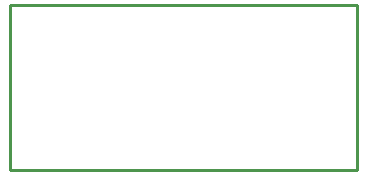
<source format=gko>
%FSLAX44Y44*%
%MOMM*%
G71*
G01*
G75*
G04 Layer_Color=16711935*
%ADD10R,0.5000X0.6000*%
%ADD11R,1.0500X2.2000*%
%ADD12R,1.0000X1.0000*%
%ADD13R,0.5500X0.6000*%
%ADD14R,0.6000X0.5500*%
%ADD15R,0.9000X1.3000*%
%ADD16R,0.2500X0.6100*%
%ADD17R,0.6100X0.2500*%
%ADD18R,1.6000X1.6000*%
%ADD19R,0.2800X0.2800*%
%ADD20R,0.8000X0.6000*%
%ADD21R,2.1000X0.5000*%
%ADD22C,0.2032*%
%ADD23C,0.2540*%
%ADD24C,1.5000*%
%ADD25R,1.5000X1.5000*%
%ADD26C,1.1000*%
%ADD27O,3.2000X1.3000*%
%ADD28O,3.2000X1.3000*%
%ADD29C,0.6096*%
%ADD30C,0.8000*%
%ADD31O,1.8000X0.3000*%
%ADD32O,0.3000X1.8000*%
%ADD33R,1.5000X0.8000*%
%ADD34R,0.8000X1.5000*%
%ADD35R,0.7000X0.8000*%
%ADD36R,1.2500X2.4000*%
%ADD37R,1.2000X1.2000*%
%ADD38R,0.7500X0.8000*%
%ADD39R,0.8000X0.7500*%
%ADD40R,1.1000X1.5000*%
%ADD41R,0.4500X0.8100*%
%ADD42R,0.8100X0.4500*%
%ADD43R,1.8000X1.8000*%
%ADD44R,0.4800X0.4800*%
%ADD45R,1.0000X0.8000*%
%ADD46R,2.3000X0.7000*%
%ADD47C,1.7000*%
%ADD48R,1.7000X1.7000*%
%ADD49O,3.4000X1.5000*%
%ADD50O,3.4000X1.5000*%
%ADD51C,1.0000*%
%ADD52C,0.8096*%
%ADD53O,2.0000X0.5000*%
%ADD54O,0.5000X2.0000*%
%ADD55R,1.7000X1.0000*%
%ADD56R,1.0000X1.7000*%
D23*
X1484630Y1038860D02*
X1778000D01*
X1484630Y899160D02*
X1778000D01*
X1484630D02*
Y1038860D01*
X1778000Y899160D02*
Y1038860D01*
M02*

</source>
